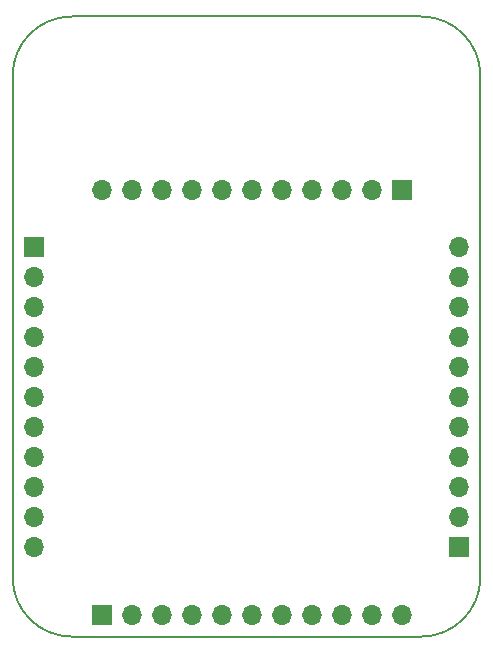
<source format=gbr>
G04 #@! TF.GenerationSoftware,KiCad,Pcbnew,5.1.4-e60b266~84~ubuntu19.04.1*
G04 #@! TF.CreationDate,2019-08-10T13:04:31+03:00*
G04 #@! TF.ProjectId,BRK-QFP-44-10x10-P0.8,42524b2d-5146-4502-9d34-342d31307831,v1.0*
G04 #@! TF.SameCoordinates,Original*
G04 #@! TF.FileFunction,Soldermask,Bot*
G04 #@! TF.FilePolarity,Negative*
%FSLAX46Y46*%
G04 Gerber Fmt 4.6, Leading zero omitted, Abs format (unit mm)*
G04 Created by KiCad (PCBNEW 5.1.4-e60b266~84~ubuntu19.04.1) date 2019-08-10 13:04:31*
%MOMM*%
%LPD*%
G04 APERTURE LIST*
%ADD10C,0.150000*%
%ADD11O,1.700000X1.700000*%
%ADD12R,1.700000X1.700000*%
G04 APERTURE END LIST*
D10*
X73400000Y-30400000D02*
G75*
G02X78400000Y-35400000I0J-5000000D01*
G01*
X38800000Y-35400000D02*
G75*
G02X43800000Y-30400000I5000000J0D01*
G01*
X78400000Y-77900000D02*
G75*
G02X73400000Y-82900000I-5000000J0D01*
G01*
X43800000Y-82900000D02*
G75*
G02X38800000Y-77900000I0J5000000D01*
G01*
X73400000Y-82900000D02*
X43800000Y-82900000D01*
X78400000Y-35400000D02*
X78400000Y-77900000D01*
X43800000Y-30400000D02*
X73400000Y-30400000D01*
X38800000Y-77900000D02*
X38800000Y-35400000D01*
D11*
X46400000Y-45100000D03*
X48940000Y-45100000D03*
X51480000Y-45100000D03*
X54020000Y-45100000D03*
X56560000Y-45100000D03*
X59100000Y-45100000D03*
X61640000Y-45100000D03*
X64180000Y-45100000D03*
X66720000Y-45100000D03*
X69260000Y-45100000D03*
D12*
X71800000Y-45100000D03*
D11*
X76600000Y-49900000D03*
X76600000Y-52440000D03*
X76600000Y-54980000D03*
X76600000Y-57520000D03*
X76600000Y-60060000D03*
X76600000Y-62600000D03*
X76600000Y-65140000D03*
X76600000Y-67680000D03*
X76600000Y-70220000D03*
X76600000Y-72760000D03*
D12*
X76600000Y-75300000D03*
D11*
X71800000Y-81100000D03*
X69260000Y-81100000D03*
X66720000Y-81100000D03*
X64180000Y-81100000D03*
X61640000Y-81100000D03*
X59100000Y-81100000D03*
X56560000Y-81100000D03*
X54020000Y-81100000D03*
X51480000Y-81100000D03*
X48940000Y-81100000D03*
D12*
X46400000Y-81100000D03*
D11*
X40600000Y-75300000D03*
X40600000Y-72760000D03*
X40600000Y-70220000D03*
X40600000Y-67680000D03*
X40600000Y-65140000D03*
X40600000Y-62600000D03*
X40600000Y-60060000D03*
X40600000Y-57520000D03*
X40600000Y-54980000D03*
X40600000Y-52440000D03*
D12*
X40600000Y-49900000D03*
M02*

</source>
